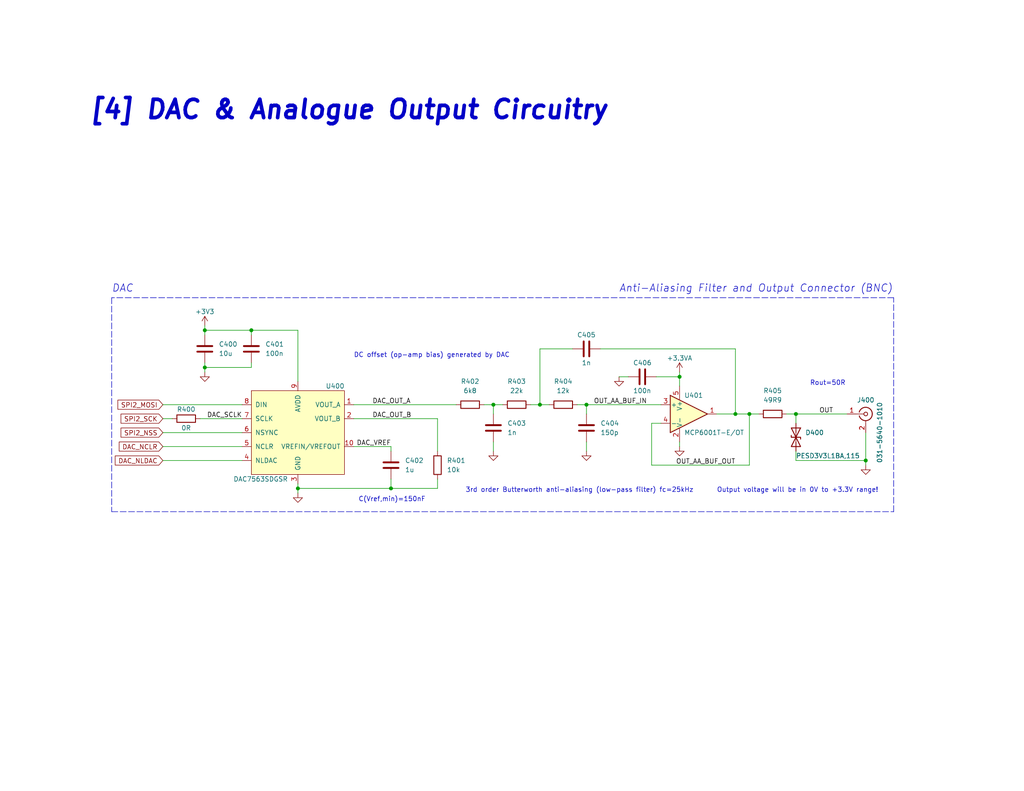
<source format=kicad_sch>
(kicad_sch (version 20211123) (generator eeschema)
  (paper "USLetter")
  (title_block (title "Mixed-Signal Demo PCB") (date "2022-10-05") (rev "1.0") (company "Cristóbal Cuevas Lagos"))
  (lib_symbols
    (symbol "Amplifier_Operational:MCP6001-OT" (pin_names (offset 0.127))
      (property "Reference" "U" (at -1.27 6.35 0))
      (property "Value" "MCP6001-OT" (at -1.27 3.81 0))
      (symbol "MCP6001-OT_0_1"
        (polyline (pts (xy -5.08 5.08) (xy 5.08 0) (xy -5.08 -5.08) (xy -5.08 5.08)) (stroke (width 0.254)) (fill (type background)))
        (pin power_in line (at -2.54 -7.62 90) (length 3.81) (name "V-") (number "2"))
        (pin power_in line (at -2.54 7.62 270) (length 3.81) (name "V+") (number "5"))
      )
      (symbol "MCP6001-OT_1_1"
        (pin output line (at 7.62 0 180) (length 2.54) (name "~") (number "1"))
        (pin input line (at -7.62 2.54 0) (length 2.54) (name "+") (number "3"))
        (pin input line (at -7.62 -2.54 0) (length 2.54) (name "-") (number "4"))
      )
    )
    (symbol "Connector:Conn_Coaxial" (pin_names (offset 1.016) hide)
      (property "Reference" "J" (at 0.254 3.048 0))
      (property "Value" "Conn_Coaxial" (at 2.921 0 90))
      (symbol "Conn_Coaxial_0_1"
        (arc (start -1.778 -0.508) (mid 0.222 -1.808) (end 1.778 0) (stroke (width 0.254)))
        (polyline (pts (xy -2.54 0) (xy -0.508 0)))
        (polyline (pts (xy 0 -2.54) (xy 0 -1.778)))
        (circle (center 0 0) (radius 0.508) (stroke (width 0.2032)))
        (arc (start 1.778 0) (mid 0.222 1.8083) (end -1.778 0.508) (stroke (width 0.254)))
      )
      (symbol "Conn_Coaxial_1_1"
        (pin passive line (at -5.08 0 0) (length 2.54) (name "In") (number "1"))
        (pin passive line (at 0 -5.08 90) (length 2.54) (name "Ext") (number "2"))
      )
    )
    (symbol "Device:C" (pin_numbers hide) (pin_names (offset 0.254))
      (property "Reference" "C" (at 0.635 2.54 0))
      (property "Value" "C" (at 0.635 -2.54 0))
      (symbol "C_0_1"
        (polyline (pts (xy -2.032 -0.762) (xy 2.032 -0.762)) (stroke (width 0.508)))
        (polyline (pts (xy -2.032 0.762) (xy 2.032 0.762)) (stroke (width 0.508)))
      )
      (symbol "C_1_1"
        (pin passive line (at 0 3.81 270) (length 2.794) (name "~") (number "1"))
        (pin passive line (at 0 -3.81 90) (length 2.794) (name "~") (number "2"))
      )
    )
    (symbol "Device:D_TVS" (pin_numbers hide) (pin_names (offset 1.016) hide)
      (property "Reference" "D" (at 0 2.54 0))
      (property "Value" "D_TVS" (at 0 -2.54 0))
      (symbol "D_TVS_0_1"
        (polyline (pts (xy 1.27 0) (xy -1.27 0)))
        (polyline (pts (xy 0.508 1.27) (xy 0 1.27) (xy 0 -1.27) (xy -0.508 -1.27)) (stroke (width 0.254)))
        (polyline (pts (xy -2.54 1.27) (xy -2.54 -1.27) (xy 2.54 1.27) (xy 2.54 -1.27) (xy -2.54 1.27)) (stroke (width 0.254)))
      )
      (symbol "D_TVS_1_1"
        (pin passive line (at -3.81 0 0) (length 2.54) (name "A1") (number "1"))
        (pin passive line (at 3.81 0 180) (length 2.54) (name "A2") (number "2"))
      )
    )
    (symbol "Device:R" (pin_numbers hide) (pin_names (offset 0))
      (property "Reference" "R" (at 2.032 0 90))
      (property "Value" "R" (at 0 0 90))
      (symbol "R_0_1"
        (rectangle (start -1.016 -2.54) (end 1.016 2.54) (stroke (width 0.254)))
      )
      (symbol "R_1_1"
        (pin passive line (at 0 3.81 270) (length 1.27) (name "~") (number "1"))
        (pin passive line (at 0 -3.81 90) (length 1.27) (name "~") (number "2"))
      )
    )
    (symbol "PhilsLab-KiCad-Symbols:DAC7563SDGSR" (pin_names (offset 1.016))
      (property "Reference" "U" (at 11.43 12.7 0))
      (property "Value" "PhilsLab-KiCad-Symbols_DAC7563SDGSR" (at 8.89 -12.7 0))
      (symbol "DAC7563SDGSR_0_0"
        (pin output line (at -15.24 7.62 0) (length 2.54) (name "VOUT_A") (number "1"))
        (pin bidirectional line (at -15.24 -3.81 0) (length 2.54) (name "VREFIN/VREFOUT") (number "10"))
        (pin output line (at -15.24 3.81 0) (length 2.54) (name "VOUT_B") (number "2"))
        (pin power_in line (at 0 -13.97 90) (length 2.54) (name "GND") (number "3"))
        (pin input line (at 15.24 -7.62 180) (length 2.54) (name "NLDAC") (number "4"))
        (pin input line (at 15.24 -3.81 180) (length 2.54) (name "NCLR") (number "5"))
        (pin input line (at 15.24 0 180) (length 2.54) (name "NSYNC") (number "6"))
        (pin input line (at 15.24 3.81 180) (length 2.54) (name "SCLK") (number "7"))
        (pin input line (at 15.24 7.62 180) (length 2.54) (name "DIN") (number "8"))
        (pin power_in line (at 0 13.97 270) (length 2.54) (name "AVDD") (number "9"))
      )
      (symbol "DAC7563SDGSR_0_1"
        (rectangle (start -12.7 11.43) (end 12.7 -11.43) (fill (type background)))
      )
    )
    (symbol "power:+3.3VA" (power) (pin_names (offset 0))
      (property "Value" "+3.3VA" (at 0 3.556 0))
      (symbol "+3.3VA_0_1"
        (polyline (pts (xy -0.762 1.27) (xy 0 2.54)))
        (polyline (pts (xy 0 0) (xy 0 2.54)))
        (polyline (pts (xy 0 2.54) (xy 0.762 1.27)))
      )
      (symbol "+3.3VA_1_1"
        (pin power_in line (at 0 0 90) (length 0) hide (name "+3.3VA") (number "1"))
      )
    )
    (symbol "power:+3V3" (power) (pin_names (offset 0))
      (property "Value" "+3V3" (at 0 3.556 0))
      (symbol "+3V3_0_1"
        (polyline (pts (xy -0.762 1.27) (xy 0 2.54)))
        (polyline (pts (xy 0 0) (xy 0 2.54)))
        (polyline (pts (xy 0 2.54) (xy 0.762 1.27)))
      )
      (symbol "+3V3_1_1"
        (pin power_in line (at 0 0 90) (length 0) hide (name "+3V3") (number "1"))
      )
    )
    (symbol "power:GND" (power) (pin_names (offset 0))
      (property "Value" "GND" (at 0 -3.81 0))
      (symbol "GND_0_1"
        (polyline (pts (xy 0 0) (xy 0 -1.27) (xy 1.27 -1.27) (xy 0 -2.54) (xy -1.27 -1.27) (xy 0 -1.27)))
      )
      (symbol "GND_1_1"
        (pin power_in line (at 0 0 270) (length 0) hide (name "GND") (number "1"))
      )
    )
  )
  (junction (at 185.42 102.87))
  (junction (at 81.28 133.35))
  (junction (at 55.88 100.33))
  (junction (at 217.17 113.03))
  (junction (at 200.66 113.03))
  (junction (at 160.02 110.49))
  (junction (at 204.47 113.03))
  (junction (at 55.88 90.17))
  (junction (at 68.58 90.17))
  (junction (at 147.32 110.49))
  (junction (at 106.68 133.35))
  (junction (at 134.62 110.49))
  (junction (at 236.22 125.73))
  (wire (pts (xy 137.16 110.49) (xy 134.62 110.49)))
  (wire (pts (xy 180.34 115.57) (xy 177.8 115.57)))
  (wire (pts (xy 81.28 90.17) (xy 81.28 104.14)))
  (wire (pts (xy 134.62 113.03) (xy 134.62 110.49)))
  (wire (pts (xy 81.28 134.62) (xy 81.28 133.35)))
  (wire (pts (xy 106.68 133.35) (xy 106.68 130.81)))
  (wire (pts (xy 168.91 102.87) (xy 171.45 102.87)))
  (wire (pts (xy 177.8 115.57) (xy 177.8 127)))
  (wire (pts (xy 160.02 113.03) (xy 160.02 110.49)))
  (polyline (pts (xy 30.48 81.28) (xy 30.48 139.7)))
  (wire (pts (xy 177.8 127) (xy 204.47 127)))
  (wire (pts (xy 180.34 110.49) (xy 160.02 110.49)))
  (wire (pts (xy 68.58 90.17) (xy 81.28 90.17)))
  (wire (pts (xy 81.28 133.35) (xy 81.28 132.08)))
  (wire (pts (xy 214.63 113.03) (xy 217.17 113.03)))
  (wire (pts (xy 160.02 120.65) (xy 160.02 123.19)))
  (wire (pts (xy 44.45 110.49) (xy 66.04 110.49)))
  (wire (pts (xy 185.42 102.87) (xy 185.42 101.6)))
  (wire (pts (xy 217.17 125.73) (xy 217.17 123.19)))
  (wire (pts (xy 55.88 100.33) (xy 55.88 99.06)))
  (wire (pts (xy 179.07 102.87) (xy 185.42 102.87)))
  (wire (pts (xy 134.62 120.65) (xy 134.62 123.19)))
  (wire (pts (xy 55.88 101.6) (xy 55.88 100.33)))
  (wire (pts (xy 124.46 110.49) (xy 96.52 110.49)))
  (wire (pts (xy 44.45 121.92) (xy 66.04 121.92)))
  (wire (pts (xy 66.04 114.3) (xy 54.61 114.3)))
  (wire (pts (xy 106.68 133.35) (xy 119.38 133.35)))
  (wire (pts (xy 55.88 90.17) (xy 55.88 91.44)))
  (wire (pts (xy 81.28 133.35) (xy 106.68 133.35)))
  (wire (pts (xy 44.45 118.11) (xy 66.04 118.11)))
  (wire (pts (xy 44.45 125.73) (xy 66.04 125.73)))
  (wire (pts (xy 160.02 110.49) (xy 157.48 110.49)))
  (wire (pts (xy 200.66 113.03) (xy 195.58 113.03)))
  (wire (pts (xy 217.17 125.73) (xy 236.22 125.73)))
  (polyline (pts (xy 30.48 139.7) (xy 243.84 139.7)))
  (wire (pts (xy 204.47 113.03) (xy 200.66 113.03)))
  (wire (pts (xy 46.99 114.3) (xy 44.45 114.3)))
  (wire (pts (xy 147.32 95.25) (xy 156.21 95.25)))
  (wire (pts (xy 106.68 121.92) (xy 96.52 121.92)))
  (wire (pts (xy 147.32 110.49) (xy 147.32 95.25)))
  (wire (pts (xy 119.38 123.19) (xy 119.38 114.3)))
  (wire (pts (xy 207.01 113.03) (xy 204.47 113.03)))
  (wire (pts (xy 200.66 95.25) (xy 200.66 113.03)))
  (wire (pts (xy 119.38 114.3) (xy 96.52 114.3)))
  (wire (pts (xy 204.47 127) (xy 204.47 113.03)))
  (wire (pts (xy 163.83 95.25) (xy 200.66 95.25)))
  (polyline (pts (xy 243.84 139.7) (xy 243.84 81.28)))
  (wire (pts (xy 106.68 123.19) (xy 106.68 121.92)))
  (wire (pts (xy 119.38 133.35) (xy 119.38 130.81)))
  (wire (pts (xy 55.88 100.33) (xy 68.58 100.33)))
  (wire (pts (xy 149.86 110.49) (xy 147.32 110.49)))
  (wire (pts (xy 185.42 102.87) (xy 185.42 105.41)))
  (polyline (pts (xy 243.84 81.28) (xy 30.48 81.28)))
  (wire (pts (xy 185.42 121.92) (xy 185.42 120.65)))
  (wire (pts (xy 55.88 88.9) (xy 55.88 90.17)))
  (wire (pts (xy 55.88 90.17) (xy 68.58 90.17)))
  (wire (pts (xy 236.22 125.73) (xy 236.22 127)))
  (wire (pts (xy 217.17 113.03) (xy 231.14 113.03)))
  (wire (pts (xy 134.62 110.49) (xy 132.08 110.49)))
  (wire (pts (xy 217.17 115.57) (xy 217.17 113.03)))
  (wire (pts (xy 236.22 118.11) (xy 236.22 125.73)))
  (wire (pts (xy 147.32 110.49) (xy 144.78 110.49)))
  (wire (pts (xy 68.58 90.17) (xy 68.58 91.44)))
  (wire (pts (xy 68.58 100.33) (xy 68.58 99.06)))
  (text "[4] DAC & Analogue Output Circuitry" (at 24.13 33.02 0) (effects (font (size 5.0038 5.0038) (thickness 1.0008) bold italic) (justify left bottom)))
  (text "Anti-Aliasing Filter and Output Connector (BNC)" (at 168.91 80.01 0) (effects (font (size 2.0066 2.0066) italic) (justify left bottom)))
  (text "Rout=50R" (at 220.98 105.41 0) (effects (font (size 1.27 1.27)) (justify left bottom)))
  (text "Output voltage will be in 0V to +3.3V range!" (at 195.58 134.62 0) (effects (font (size 1.27 1.27)) (justify left bottom)))
  (text "DAC" (at 30.48 80.01 0) (effects (font (size 2.0066 2.0066) italic) (justify left bottom)))
  (text "C(Vref,min)=150nF" (at 97.79 137.16 0) (effects (font (size 1.27 1.27)) (justify left bottom)))
  (text "3rd order Butterworth anti-aliasing (low-pass filter) fc=25kHz" (at 127 134.62 0) (effects (font (size 1.27 1.27)) (justify left bottom)))
  (text "DC offset (op-amp bias) generated by DAC" (at 96.52 97.79 0) (effects (font (size 1.27 1.27)) (justify left bottom)))
  (label "DAC_OUT_A" (at 101.6 110.49 0))
  (label "DAC_OUT_B" (at 101.6 114.3 0))
  (label "OUT" (at 223.52 113.03 0))
  (label "DAC_VREF" (at 106.68 121.92 180))
  (label "OUT_AA_BUF_OUT" (at 200.66 127 180))
  (label "DAC_SCLK" (at 66.04 114.3 180))
  (label "OUT_AA_BUF_IN" (at 176.53 110.49 180))
  (global_label "DAC_NLDAC" (shape input) (at 44.45 125.73 180) (property "Intersheet References" "${INTERSHEET_REFS}" (effects hide)))
  (global_label "SPI2_SCK" (shape input) (at 44.45 114.3 180) (property "Intersheet References" "${INTERSHEET_REFS}" (effects hide)))
  (global_label "SPI2_MOSI" (shape input) (at 44.45 110.49 180) (property "Intersheet References" "${INTERSHEET_REFS}" (effects hide)))
  (global_label "DAC_NCLR" (shape input) (at 44.45 121.92 180) (property "Intersheet References" "${INTERSHEET_REFS}" (effects hide)))
  (global_label "SPI2_NSS" (shape input) (at 44.45 118.11 180) (property "Intersheet References" "${INTERSHEET_REFS}" (effects hide)))
  (symbol (lib_id "Device:R") (at 50.8 114.3 90) (mirror x) (unit 1)
    (property "Reference" "R400" (at 50.8 111.76 90))
    (property "Value" "0R" (at 50.8 116.84 90))
    (property "Footprint" "Resistor_SMD:R_0402_1005Metric" (effects hide))
  )
  (symbol (lib_id "power:+3V3") (at 55.88 88.9 0) (mirror y) (unit 1)
    (property "Reference" "#PWR060" (effects hide))
    (property "Value" "+3V3" (at 55.88 85.09 0))
  )
  (symbol (lib_id "power:GND") (at 81.28 134.62 0) (mirror y) (unit 1)
    (property "Reference" "#PWR068" (effects hide))
    (property "Value" "GND" (effects hide))
  )
  (symbol (lib_id "Device:C") (at 106.68 127 0) (unit 1)
    (property "Reference" "C402" (at 110.49 125.73 0) (effects (justify left)))
    (property "Value" "1u" (at 110.49 128.27 0) (effects (justify left)))
    (property "Footprint" "Capacitor_SMD:C_0603_1608Metric" (effects hide))
  )
  (symbol (lib_id "Device:C") (at 55.88 95.25 0) (unit 1)
    (property "Reference" "C400" (at 59.69 93.98 0) (effects (justify left)))
    (property "Value" "10u" (at 59.69 96.52 0) (effects (justify left)))
    (property "Footprint" "Capacitor_SMD:C_0603_1608Metric" (effects hide))
  )
  (symbol (lib_id "PhilsLab-KiCad-Symbols:DAC7563SDGSR") (at 81.28 118.11 0) (mirror y) (unit 1)
    (property "Reference" "U400" (at 91.44 105.41 0))
    (property "Value" "DAC7563SDGSR" (at 71.12 130.81 0))
    (property "Footprint" "Mixed signal:VSSOP-10" (effects hide))
  )
  (symbol (lib_id "Device:C") (at 68.58 95.25 0) (unit 1)
    (property "Reference" "C401" (at 72.39 93.98 0) (effects (justify left)))
    (property "Value" "100n" (at 72.39 96.52 0) (effects (justify left)))
    (property "Footprint" "Capacitor_SMD:C_0402_1005Metric" (effects hide))
  )
  (symbol (lib_id "power:GND") (at 55.88 101.6 0) (mirror y) (unit 1)
    (property "Reference" "#PWR061" (effects hide))
    (property "Value" "GND" (effects hide))
  )
  (symbol (lib_id "Device:R") (at 119.38 127 0) (unit 1)
    (property "Reference" "R401" (at 121.92 125.73 0) (effects (justify left)))
    (property "Value" "10k" (at 121.92 128.27 0) (effects (justify left)))
    (property "Footprint" "Resistor_SMD:R_0402_1005Metric" (effects hide))
  )
  (symbol (lib_id "Amplifier_Operational:MCP6001-OT") (at 187.96 113.03 0) (unit 1)
    (property "Reference" "U401" (at 186.69 107.95 0) (effects (justify left)))
    (property "Value" "MCP6001T-E/OT" (at 186.69 118.11 0) (effects (justify left)))
    (property "Footprint" "Package_TO_SOT_SMD:SOT-23-5" (effects hide))
    (property "Datasheet" "http://ww1.microchip.com/downloads/en/DeviceDoc/21733j.pdf" (effects hide))
  )
  (symbol (lib_id "Device:C") (at 175.26 102.87 270) (unit 1)
    (property "Reference" "C406" (at 172.72 99.06 90) (effects (justify left)))
    (property "Value" "100n" (at 172.72 106.68 90) (effects (justify left)))
    (property "Footprint" "Capacitor_SMD:C_0402_1005Metric" (effects hide))
  )
  (symbol (lib_id "power:GND") (at 185.42 121.92 0) (unit 1)
    (property "Reference" "#PWR064" (effects hide))
    (property "Value" "GND" (effects hide))
  )
  (symbol (lib_id "power:GND") (at 168.91 102.87 0) (unit 1)
    (property "Reference" "#PWR063" (effects hide))
    (property "Value" "GND" (effects hide))
  )
  (symbol (lib_id "Device:R") (at 128.27 110.49 270) (unit 1)
    (property "Reference" "R402" (at 128.27 104.14 90))
    (property "Value" "6k8" (at 128.27 106.68 90))
    (property "Footprint" "Resistor_SMD:R_0402_1005Metric" (effects hide))
  )
  (symbol (lib_id "Device:C") (at 134.62 116.84 0) (unit 1)
    (property "Reference" "C403" (at 138.43 115.57 0) (effects (justify left)))
    (property "Value" "1n" (at 138.43 118.11 0) (effects (justify left)))
    (property "Footprint" "Capacitor_SMD:C_0402_1005Metric" (effects hide))
  )
  (symbol (lib_id "Device:R") (at 140.97 110.49 270) (unit 1)
    (property "Reference" "R403" (at 140.97 104.14 90))
    (property "Value" "22k" (at 140.97 106.68 90))
    (property "Footprint" "Resistor_SMD:R_0402_1005Metric" (effects hide))
  )
  (symbol (lib_id "power:GND") (at 134.62 123.19 0) (unit 1)
    (property "Reference" "#PWR065" (effects hide))
    (property "Value" "GND" (effects hide))
  )
  (symbol (lib_id "Device:R") (at 153.67 110.49 270) (unit 1)
    (property "Reference" "R404" (at 153.67 104.14 90))
    (property "Value" "12k" (at 153.67 106.68 90))
    (property "Footprint" "Resistor_SMD:R_0402_1005Metric" (effects hide))
  )
  (symbol (lib_id "Device:C") (at 160.02 116.84 0) (unit 1)
    (property "Reference" "C404" (at 163.83 115.57 0) (effects (justify left)))
    (property "Value" "150p" (at 163.83 118.11 0) (effects (justify left)))
    (property "Footprint" "Capacitor_SMD:C_0402_1005Metric" (effects hide))
  )
  (symbol (lib_id "Device:R") (at 210.82 113.03 270) (unit 1)
    (property "Reference" "R405" (at 210.82 106.68 90))
    (property "Value" "49R9" (at 210.82 109.22 90))
    (property "Footprint" "Resistor_SMD:R_0402_1005Metric" (effects hide))
  )
  (symbol (lib_id "power:GND") (at 160.02 123.19 0) (unit 1)
    (property "Reference" "#PWR066" (effects hide))
    (property "Value" "GND" (effects hide))
  )
  (symbol (lib_id "power:+3.3VA") (at 185.42 101.6 0) (unit 1)
    (property "Reference" "#PWR062" (effects hide))
    (property "Value" "+3.3VA" (at 185.42 97.79 0))
  )
  (symbol (lib_id "Device:D_TVS") (at 217.17 119.38 270) (unit 1)
    (property "Reference" "D400" (at 219.71 118.11 90) (effects (justify left)))
    (property "Value" "PESD3V3L1BA,115" (at 217.17 124.46 90) (effects (justify left)))
    (property "Footprint" "Diode_SMD:D_SOD-323" (effects hide))
  )
  (symbol (lib_id "Connector:Conn_Coaxial") (at 236.22 113.03 0) (unit 1)
    (property "Reference" "J400" (at 236.22 109.22 0))
    (property "Value" "031-5640-1010" (at 240.03 118.11 90))
    (property "Footprint" "Mixed signal:AMPHENOL-BNC-031-5640-1010" (effects hide))
    (property "Datasheet" " ~" (effects hide))
  )
  (symbol (lib_id "power:GND") (at 236.22 127 0) (unit 1)
    (property "Reference" "#PWR067" (effects hide))
    (property "Value" "GND" (effects hide))
  )
  (symbol (lib_id "Device:C") (at 160.02 95.25 90) (unit 1)
    (property "Reference" "C405" (at 162.56 91.44 90) (effects (justify left)))
    (property "Value" "1n" (at 161.29 99.06 90) (effects (justify left)))
    (property "Footprint" "Capacitor_SMD:C_0402_1005Metric" (effects hide))
  )
)
</source>
